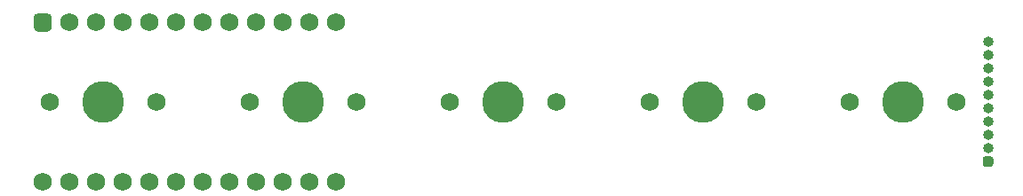
<source format=gbr>
%TF.GenerationSoftware,KiCad,Pcbnew,5.99.0+really5.1.10+dfsg1-1*%
%TF.CreationDate,2021-05-25T02:09:24-04:00*%
%TF.ProjectId,5x1,3578312e-6b69-4636-9164-5f7063625858,rev?*%
%TF.SameCoordinates,Original*%
%TF.FileFunction,Soldermask,Top*%
%TF.FilePolarity,Negative*%
%FSLAX46Y46*%
G04 Gerber Fmt 4.6, Leading zero omitted, Abs format (unit mm)*
G04 Created by KiCad (PCBNEW 5.99.0+really5.1.10+dfsg1-1) date 2021-05-25 02:09:24*
%MOMM*%
%LPD*%
G01*
G04 APERTURE LIST*
%ADD10O,1.000000X1.000000*%
%ADD11C,3.987800*%
%ADD12C,1.750000*%
%ADD13C,1.752600*%
G04 APERTURE END LIST*
D10*
%TO.C,J1*%
X93853000Y-3746500D03*
X93853000Y-5016500D03*
X93853000Y-6286500D03*
X93853000Y-7556500D03*
X93853000Y-8826500D03*
X93853000Y-10096500D03*
X93853000Y-11366500D03*
X93853000Y-12636500D03*
X93853000Y-13906500D03*
G36*
G01*
X94353000Y-14926500D02*
X94353000Y-15426500D01*
G75*
G02*
X94103000Y-15676500I-250000J0D01*
G01*
X93603000Y-15676500D01*
G75*
G02*
X93353000Y-15426500I0J250000D01*
G01*
X93353000Y-14926500D01*
G75*
G02*
X93603000Y-14676500I250000J0D01*
G01*
X94103000Y-14676500D01*
G75*
G02*
X94353000Y-14926500I0J-250000D01*
G01*
G37*
%TD*%
D11*
%TO.C,MX_3*%
X66675000Y-9525000D03*
D12*
X61595000Y-9525000D03*
X71755000Y-9525000D03*
%TD*%
D11*
%TO.C,MX_2*%
X47625000Y-9525000D03*
D12*
X42545000Y-9525000D03*
X52705000Y-9525000D03*
%TD*%
D11*
%TO.C,MX_0*%
X9525000Y-9525000D03*
D12*
X4445000Y-9525000D03*
X14605000Y-9525000D03*
%TD*%
D11*
%TO.C,MX_1*%
X28575000Y-9525000D03*
D12*
X23495000Y-9525000D03*
X33655000Y-9525000D03*
%TD*%
D11*
%TO.C,MX_4*%
X85725000Y-9525000D03*
D12*
X80645000Y-9525000D03*
X90805000Y-9525000D03*
%TD*%
D13*
%TO.C,U1*%
X3810000Y-17145000D03*
X31750000Y-1905000D03*
X6350000Y-17145000D03*
X8890000Y-17145000D03*
X11430000Y-17145000D03*
X13970000Y-17145000D03*
X16510000Y-17145000D03*
X19050000Y-17145000D03*
X21590000Y-17145000D03*
X24130000Y-17145000D03*
X26670000Y-17145000D03*
X29210000Y-17145000D03*
X31750000Y-17145000D03*
X29210000Y-1905000D03*
X26670000Y-1905000D03*
X24130000Y-1905000D03*
X21590000Y-1905000D03*
X19050000Y-1905000D03*
X16510000Y-1905000D03*
X13970000Y-1905000D03*
X11430000Y-1905000D03*
X8890000Y-1905000D03*
X6350000Y-1905000D03*
G36*
G01*
X2933700Y-2343150D02*
X2933700Y-1466850D01*
G75*
G02*
X3371850Y-1028700I438150J0D01*
G01*
X4248150Y-1028700D01*
G75*
G02*
X4686300Y-1466850I0J-438150D01*
G01*
X4686300Y-2343150D01*
G75*
G02*
X4248150Y-2781300I-438150J0D01*
G01*
X3371850Y-2781300D01*
G75*
G02*
X2933700Y-2343150I0J438150D01*
G01*
G37*
%TD*%
M02*

</source>
